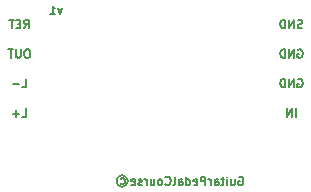
<source format=gbr>
%TF.GenerationSoftware,KiCad,Pcbnew,9.0.2*%
%TF.CreationDate,2025-07-08T13:29:16-05:00*%
%TF.ProjectId,3PDT Footswitch,33504454-2046-46f6-9f74-737769746368,rev?*%
%TF.SameCoordinates,Original*%
%TF.FileFunction,Legend,Bot*%
%TF.FilePolarity,Positive*%
%FSLAX46Y46*%
G04 Gerber Fmt 4.6, Leading zero omitted, Abs format (unit mm)*
G04 Created by KiCad (PCBNEW 9.0.2) date 2025-07-08 13:29:16*
%MOMM*%
%LPD*%
G01*
G04 APERTURE LIST*
%ADD10C,0.152400*%
G04 APERTURE END LIST*
D10*
X37445652Y28999441D02*
X37513385Y29033308D01*
X37513385Y29033308D02*
X37614985Y29033308D01*
X37614985Y29033308D02*
X37716585Y28999441D01*
X37716585Y28999441D02*
X37784319Y28931708D01*
X37784319Y28931708D02*
X37818185Y28863975D01*
X37818185Y28863975D02*
X37852052Y28728508D01*
X37852052Y28728508D02*
X37852052Y28626908D01*
X37852052Y28626908D02*
X37818185Y28491441D01*
X37818185Y28491441D02*
X37784319Y28423708D01*
X37784319Y28423708D02*
X37716585Y28355975D01*
X37716585Y28355975D02*
X37614985Y28322108D01*
X37614985Y28322108D02*
X37547252Y28322108D01*
X37547252Y28322108D02*
X37445652Y28355975D01*
X37445652Y28355975D02*
X37411785Y28389841D01*
X37411785Y28389841D02*
X37411785Y28626908D01*
X37411785Y28626908D02*
X37547252Y28626908D01*
X37106985Y28322108D02*
X37106985Y29033308D01*
X37106985Y29033308D02*
X36700585Y28322108D01*
X36700585Y28322108D02*
X36700585Y29033308D01*
X36361918Y28322108D02*
X36361918Y29033308D01*
X36361918Y29033308D02*
X36192585Y29033308D01*
X36192585Y29033308D02*
X36090985Y28999441D01*
X36090985Y28999441D02*
X36023252Y28931708D01*
X36023252Y28931708D02*
X35989385Y28863975D01*
X35989385Y28863975D02*
X35955518Y28728508D01*
X35955518Y28728508D02*
X35955518Y28626908D01*
X35955518Y28626908D02*
X35989385Y28491441D01*
X35989385Y28491441D02*
X36023252Y28423708D01*
X36023252Y28423708D02*
X36090985Y28355975D01*
X36090985Y28355975D02*
X36192585Y28322108D01*
X36192585Y28322108D02*
X36361918Y28322108D01*
X37835119Y30855975D02*
X37733519Y30822108D01*
X37733519Y30822108D02*
X37564186Y30822108D01*
X37564186Y30822108D02*
X37496452Y30855975D01*
X37496452Y30855975D02*
X37462586Y30889841D01*
X37462586Y30889841D02*
X37428719Y30957575D01*
X37428719Y30957575D02*
X37428719Y31025308D01*
X37428719Y31025308D02*
X37462586Y31093041D01*
X37462586Y31093041D02*
X37496452Y31126908D01*
X37496452Y31126908D02*
X37564186Y31160775D01*
X37564186Y31160775D02*
X37699652Y31194641D01*
X37699652Y31194641D02*
X37767386Y31228508D01*
X37767386Y31228508D02*
X37801252Y31262375D01*
X37801252Y31262375D02*
X37835119Y31330108D01*
X37835119Y31330108D02*
X37835119Y31397841D01*
X37835119Y31397841D02*
X37801252Y31465575D01*
X37801252Y31465575D02*
X37767386Y31499441D01*
X37767386Y31499441D02*
X37699652Y31533308D01*
X37699652Y31533308D02*
X37530319Y31533308D01*
X37530319Y31533308D02*
X37428719Y31499441D01*
X37123919Y30822108D02*
X37123919Y31533308D01*
X37123919Y31533308D02*
X36717519Y30822108D01*
X36717519Y30822108D02*
X36717519Y31533308D01*
X36378852Y30822108D02*
X36378852Y31533308D01*
X36378852Y31533308D02*
X36209519Y31533308D01*
X36209519Y31533308D02*
X36107919Y31499441D01*
X36107919Y31499441D02*
X36040186Y31431708D01*
X36040186Y31431708D02*
X36006319Y31363975D01*
X36006319Y31363975D02*
X35972452Y31228508D01*
X35972452Y31228508D02*
X35972452Y31126908D01*
X35972452Y31126908D02*
X36006319Y30991441D01*
X36006319Y30991441D02*
X36040186Y30923708D01*
X36040186Y30923708D02*
X36107919Y30855975D01*
X36107919Y30855975D02*
X36209519Y30822108D01*
X36209519Y30822108D02*
X36378852Y30822108D01*
X37445652Y26499441D02*
X37513385Y26533308D01*
X37513385Y26533308D02*
X37614985Y26533308D01*
X37614985Y26533308D02*
X37716585Y26499441D01*
X37716585Y26499441D02*
X37784319Y26431708D01*
X37784319Y26431708D02*
X37818185Y26363975D01*
X37818185Y26363975D02*
X37852052Y26228508D01*
X37852052Y26228508D02*
X37852052Y26126908D01*
X37852052Y26126908D02*
X37818185Y25991441D01*
X37818185Y25991441D02*
X37784319Y25923708D01*
X37784319Y25923708D02*
X37716585Y25855975D01*
X37716585Y25855975D02*
X37614985Y25822108D01*
X37614985Y25822108D02*
X37547252Y25822108D01*
X37547252Y25822108D02*
X37445652Y25855975D01*
X37445652Y25855975D02*
X37411785Y25889841D01*
X37411785Y25889841D02*
X37411785Y26126908D01*
X37411785Y26126908D02*
X37547252Y26126908D01*
X37106985Y25822108D02*
X37106985Y26533308D01*
X37106985Y26533308D02*
X36700585Y25822108D01*
X36700585Y25822108D02*
X36700585Y26533308D01*
X36361918Y25822108D02*
X36361918Y26533308D01*
X36361918Y26533308D02*
X36192585Y26533308D01*
X36192585Y26533308D02*
X36090985Y26499441D01*
X36090985Y26499441D02*
X36023252Y26431708D01*
X36023252Y26431708D02*
X35989385Y26363975D01*
X35989385Y26363975D02*
X35955518Y26228508D01*
X35955518Y26228508D02*
X35955518Y26126908D01*
X35955518Y26126908D02*
X35989385Y25991441D01*
X35989385Y25991441D02*
X36023252Y25923708D01*
X36023252Y25923708D02*
X36090985Y25855975D01*
X36090985Y25855975D02*
X36192585Y25822108D01*
X36192585Y25822108D02*
X36361918Y25822108D01*
X14602586Y29033308D02*
X14467119Y29033308D01*
X14467119Y29033308D02*
X14399386Y28999441D01*
X14399386Y28999441D02*
X14331652Y28931708D01*
X14331652Y28931708D02*
X14297786Y28796241D01*
X14297786Y28796241D02*
X14297786Y28559175D01*
X14297786Y28559175D02*
X14331652Y28423708D01*
X14331652Y28423708D02*
X14399386Y28355975D01*
X14399386Y28355975D02*
X14467119Y28322108D01*
X14467119Y28322108D02*
X14602586Y28322108D01*
X14602586Y28322108D02*
X14670319Y28355975D01*
X14670319Y28355975D02*
X14738052Y28423708D01*
X14738052Y28423708D02*
X14771919Y28559175D01*
X14771919Y28559175D02*
X14771919Y28796241D01*
X14771919Y28796241D02*
X14738052Y28931708D01*
X14738052Y28931708D02*
X14670319Y28999441D01*
X14670319Y28999441D02*
X14602586Y29033308D01*
X13992985Y29033308D02*
X13992985Y28457575D01*
X13992985Y28457575D02*
X13959119Y28389841D01*
X13959119Y28389841D02*
X13925252Y28355975D01*
X13925252Y28355975D02*
X13857519Y28322108D01*
X13857519Y28322108D02*
X13722052Y28322108D01*
X13722052Y28322108D02*
X13654319Y28355975D01*
X13654319Y28355975D02*
X13620452Y28389841D01*
X13620452Y28389841D02*
X13586585Y28457575D01*
X13586585Y28457575D02*
X13586585Y29033308D01*
X13349518Y29033308D02*
X12943118Y29033308D01*
X13146318Y28322108D02*
X13146318Y29033308D01*
X37276319Y23322108D02*
X37276319Y24033308D01*
X36937652Y23322108D02*
X36937652Y24033308D01*
X36937652Y24033308D02*
X36531252Y23322108D01*
X36531252Y23322108D02*
X36531252Y24033308D01*
X14263919Y30822108D02*
X14500986Y31160775D01*
X14670319Y30822108D02*
X14670319Y31533308D01*
X14670319Y31533308D02*
X14399386Y31533308D01*
X14399386Y31533308D02*
X14331653Y31499441D01*
X14331653Y31499441D02*
X14297786Y31465575D01*
X14297786Y31465575D02*
X14263919Y31397841D01*
X14263919Y31397841D02*
X14263919Y31296241D01*
X14263919Y31296241D02*
X14297786Y31228508D01*
X14297786Y31228508D02*
X14331653Y31194641D01*
X14331653Y31194641D02*
X14399386Y31160775D01*
X14399386Y31160775D02*
X14670319Y31160775D01*
X13959119Y31194641D02*
X13722053Y31194641D01*
X13620453Y30822108D02*
X13959119Y30822108D01*
X13959119Y30822108D02*
X13959119Y31533308D01*
X13959119Y31533308D02*
X13620453Y31533308D01*
X13417252Y31533308D02*
X13010852Y31533308D01*
X13214052Y30822108D02*
X13214052Y31533308D01*
X14111519Y25822108D02*
X14450185Y25822108D01*
X14450185Y25822108D02*
X14450185Y26533308D01*
X13874452Y26093041D02*
X13332586Y26093041D01*
X14111519Y23322108D02*
X14450185Y23322108D01*
X14450185Y23322108D02*
X14450185Y24033308D01*
X13874452Y23593041D02*
X13332586Y23593041D01*
X13603519Y23322108D02*
X13603519Y23863975D01*
X17475200Y32512643D02*
X17305866Y32038510D01*
X17305866Y32038510D02*
X17136533Y32512643D01*
X16493066Y32038510D02*
X16899466Y32038510D01*
X16696266Y32038510D02*
X16696266Y32749710D01*
X16696266Y32749710D02*
X16763999Y32648110D01*
X16763999Y32648110D02*
X16831733Y32580377D01*
X16831733Y32580377D02*
X16899466Y32546510D01*
X32444267Y18237843D02*
X32512000Y18271710D01*
X32512000Y18271710D02*
X32613600Y18271710D01*
X32613600Y18271710D02*
X32715200Y18237843D01*
X32715200Y18237843D02*
X32782934Y18170110D01*
X32782934Y18170110D02*
X32816800Y18102377D01*
X32816800Y18102377D02*
X32850667Y17966910D01*
X32850667Y17966910D02*
X32850667Y17865310D01*
X32850667Y17865310D02*
X32816800Y17729843D01*
X32816800Y17729843D02*
X32782934Y17662110D01*
X32782934Y17662110D02*
X32715200Y17594377D01*
X32715200Y17594377D02*
X32613600Y17560510D01*
X32613600Y17560510D02*
X32545867Y17560510D01*
X32545867Y17560510D02*
X32444267Y17594377D01*
X32444267Y17594377D02*
X32410400Y17628243D01*
X32410400Y17628243D02*
X32410400Y17865310D01*
X32410400Y17865310D02*
X32545867Y17865310D01*
X31800800Y18034643D02*
X31800800Y17560510D01*
X32105600Y18034643D02*
X32105600Y17662110D01*
X32105600Y17662110D02*
X32071734Y17594377D01*
X32071734Y17594377D02*
X32004000Y17560510D01*
X32004000Y17560510D02*
X31902400Y17560510D01*
X31902400Y17560510D02*
X31834667Y17594377D01*
X31834667Y17594377D02*
X31800800Y17628243D01*
X31462133Y17560510D02*
X31462133Y18034643D01*
X31462133Y18271710D02*
X31496000Y18237843D01*
X31496000Y18237843D02*
X31462133Y18203977D01*
X31462133Y18203977D02*
X31428267Y18237843D01*
X31428267Y18237843D02*
X31462133Y18271710D01*
X31462133Y18271710D02*
X31462133Y18203977D01*
X31225066Y18034643D02*
X30954133Y18034643D01*
X31123466Y18271710D02*
X31123466Y17662110D01*
X31123466Y17662110D02*
X31089600Y17594377D01*
X31089600Y17594377D02*
X31021866Y17560510D01*
X31021866Y17560510D02*
X30954133Y17560510D01*
X30412266Y17560510D02*
X30412266Y17933043D01*
X30412266Y17933043D02*
X30446133Y18000777D01*
X30446133Y18000777D02*
X30513866Y18034643D01*
X30513866Y18034643D02*
X30649333Y18034643D01*
X30649333Y18034643D02*
X30717066Y18000777D01*
X30412266Y17594377D02*
X30480000Y17560510D01*
X30480000Y17560510D02*
X30649333Y17560510D01*
X30649333Y17560510D02*
X30717066Y17594377D01*
X30717066Y17594377D02*
X30750933Y17662110D01*
X30750933Y17662110D02*
X30750933Y17729843D01*
X30750933Y17729843D02*
X30717066Y17797577D01*
X30717066Y17797577D02*
X30649333Y17831443D01*
X30649333Y17831443D02*
X30480000Y17831443D01*
X30480000Y17831443D02*
X30412266Y17865310D01*
X30073599Y17560510D02*
X30073599Y18034643D01*
X30073599Y17899177D02*
X30039733Y17966910D01*
X30039733Y17966910D02*
X30005866Y18000777D01*
X30005866Y18000777D02*
X29938133Y18034643D01*
X29938133Y18034643D02*
X29870399Y18034643D01*
X29633332Y17560510D02*
X29633332Y18271710D01*
X29633332Y18271710D02*
X29362399Y18271710D01*
X29362399Y18271710D02*
X29294666Y18237843D01*
X29294666Y18237843D02*
X29260799Y18203977D01*
X29260799Y18203977D02*
X29226932Y18136243D01*
X29226932Y18136243D02*
X29226932Y18034643D01*
X29226932Y18034643D02*
X29260799Y17966910D01*
X29260799Y17966910D02*
X29294666Y17933043D01*
X29294666Y17933043D02*
X29362399Y17899177D01*
X29362399Y17899177D02*
X29633332Y17899177D01*
X28651199Y17594377D02*
X28718932Y17560510D01*
X28718932Y17560510D02*
X28854399Y17560510D01*
X28854399Y17560510D02*
X28922132Y17594377D01*
X28922132Y17594377D02*
X28955999Y17662110D01*
X28955999Y17662110D02*
X28955999Y17933043D01*
X28955999Y17933043D02*
X28922132Y18000777D01*
X28922132Y18000777D02*
X28854399Y18034643D01*
X28854399Y18034643D02*
X28718932Y18034643D01*
X28718932Y18034643D02*
X28651199Y18000777D01*
X28651199Y18000777D02*
X28617332Y17933043D01*
X28617332Y17933043D02*
X28617332Y17865310D01*
X28617332Y17865310D02*
X28955999Y17797577D01*
X28007732Y17560510D02*
X28007732Y18271710D01*
X28007732Y17594377D02*
X28075466Y17560510D01*
X28075466Y17560510D02*
X28210932Y17560510D01*
X28210932Y17560510D02*
X28278666Y17594377D01*
X28278666Y17594377D02*
X28312532Y17628243D01*
X28312532Y17628243D02*
X28346399Y17695977D01*
X28346399Y17695977D02*
X28346399Y17899177D01*
X28346399Y17899177D02*
X28312532Y17966910D01*
X28312532Y17966910D02*
X28278666Y18000777D01*
X28278666Y18000777D02*
X28210932Y18034643D01*
X28210932Y18034643D02*
X28075466Y18034643D01*
X28075466Y18034643D02*
X28007732Y18000777D01*
X27364265Y17560510D02*
X27364265Y17933043D01*
X27364265Y17933043D02*
X27398132Y18000777D01*
X27398132Y18000777D02*
X27465865Y18034643D01*
X27465865Y18034643D02*
X27601332Y18034643D01*
X27601332Y18034643D02*
X27669065Y18000777D01*
X27364265Y17594377D02*
X27431999Y17560510D01*
X27431999Y17560510D02*
X27601332Y17560510D01*
X27601332Y17560510D02*
X27669065Y17594377D01*
X27669065Y17594377D02*
X27702932Y17662110D01*
X27702932Y17662110D02*
X27702932Y17729843D01*
X27702932Y17729843D02*
X27669065Y17797577D01*
X27669065Y17797577D02*
X27601332Y17831443D01*
X27601332Y17831443D02*
X27431999Y17831443D01*
X27431999Y17831443D02*
X27364265Y17865310D01*
X26923998Y17560510D02*
X26991732Y17594377D01*
X26991732Y17594377D02*
X27025598Y17662110D01*
X27025598Y17662110D02*
X27025598Y18271710D01*
X26246665Y17628243D02*
X26280532Y17594377D01*
X26280532Y17594377D02*
X26382132Y17560510D01*
X26382132Y17560510D02*
X26449865Y17560510D01*
X26449865Y17560510D02*
X26551465Y17594377D01*
X26551465Y17594377D02*
X26619199Y17662110D01*
X26619199Y17662110D02*
X26653065Y17729843D01*
X26653065Y17729843D02*
X26686932Y17865310D01*
X26686932Y17865310D02*
X26686932Y17966910D01*
X26686932Y17966910D02*
X26653065Y18102377D01*
X26653065Y18102377D02*
X26619199Y18170110D01*
X26619199Y18170110D02*
X26551465Y18237843D01*
X26551465Y18237843D02*
X26449865Y18271710D01*
X26449865Y18271710D02*
X26382132Y18271710D01*
X26382132Y18271710D02*
X26280532Y18237843D01*
X26280532Y18237843D02*
X26246665Y18203977D01*
X25840265Y17560510D02*
X25907999Y17594377D01*
X25907999Y17594377D02*
X25941865Y17628243D01*
X25941865Y17628243D02*
X25975732Y17695977D01*
X25975732Y17695977D02*
X25975732Y17899177D01*
X25975732Y17899177D02*
X25941865Y17966910D01*
X25941865Y17966910D02*
X25907999Y18000777D01*
X25907999Y18000777D02*
X25840265Y18034643D01*
X25840265Y18034643D02*
X25738665Y18034643D01*
X25738665Y18034643D02*
X25670932Y18000777D01*
X25670932Y18000777D02*
X25637065Y17966910D01*
X25637065Y17966910D02*
X25603199Y17899177D01*
X25603199Y17899177D02*
X25603199Y17695977D01*
X25603199Y17695977D02*
X25637065Y17628243D01*
X25637065Y17628243D02*
X25670932Y17594377D01*
X25670932Y17594377D02*
X25738665Y17560510D01*
X25738665Y17560510D02*
X25840265Y17560510D01*
X24993598Y18034643D02*
X24993598Y17560510D01*
X25298398Y18034643D02*
X25298398Y17662110D01*
X25298398Y17662110D02*
X25264532Y17594377D01*
X25264532Y17594377D02*
X25196798Y17560510D01*
X25196798Y17560510D02*
X25095198Y17560510D01*
X25095198Y17560510D02*
X25027465Y17594377D01*
X25027465Y17594377D02*
X24993598Y17628243D01*
X24654931Y17560510D02*
X24654931Y18034643D01*
X24654931Y17899177D02*
X24621065Y17966910D01*
X24621065Y17966910D02*
X24587198Y18000777D01*
X24587198Y18000777D02*
X24519465Y18034643D01*
X24519465Y18034643D02*
X24451731Y18034643D01*
X24248531Y17594377D02*
X24180798Y17560510D01*
X24180798Y17560510D02*
X24045331Y17560510D01*
X24045331Y17560510D02*
X23977598Y17594377D01*
X23977598Y17594377D02*
X23943731Y17662110D01*
X23943731Y17662110D02*
X23943731Y17695977D01*
X23943731Y17695977D02*
X23977598Y17763710D01*
X23977598Y17763710D02*
X24045331Y17797577D01*
X24045331Y17797577D02*
X24146931Y17797577D01*
X24146931Y17797577D02*
X24214664Y17831443D01*
X24214664Y17831443D02*
X24248531Y17899177D01*
X24248531Y17899177D02*
X24248531Y17933043D01*
X24248531Y17933043D02*
X24214664Y18000777D01*
X24214664Y18000777D02*
X24146931Y18034643D01*
X24146931Y18034643D02*
X24045331Y18034643D01*
X24045331Y18034643D02*
X23977598Y18000777D01*
X23367998Y17594377D02*
X23435731Y17560510D01*
X23435731Y17560510D02*
X23571198Y17560510D01*
X23571198Y17560510D02*
X23638931Y17594377D01*
X23638931Y17594377D02*
X23672798Y17662110D01*
X23672798Y17662110D02*
X23672798Y17933043D01*
X23672798Y17933043D02*
X23638931Y18000777D01*
X23638931Y18000777D02*
X23571198Y18034643D01*
X23571198Y18034643D02*
X23435731Y18034643D01*
X23435731Y18034643D02*
X23367998Y18000777D01*
X23367998Y18000777D02*
X23334131Y17933043D01*
X23334131Y17933043D02*
X23334131Y17865310D01*
X23334131Y17865310D02*
X23672798Y17797577D01*
X22453598Y18102377D02*
X22521331Y18136243D01*
X22521331Y18136243D02*
X22656798Y18136243D01*
X22656798Y18136243D02*
X22724531Y18102377D01*
X22724531Y18102377D02*
X22792265Y18034643D01*
X22792265Y18034643D02*
X22826131Y17966910D01*
X22826131Y17966910D02*
X22826131Y17831443D01*
X22826131Y17831443D02*
X22792265Y17763710D01*
X22792265Y17763710D02*
X22724531Y17695977D01*
X22724531Y17695977D02*
X22656798Y17662110D01*
X22656798Y17662110D02*
X22521331Y17662110D01*
X22521331Y17662110D02*
X22453598Y17695977D01*
X22589065Y18373310D02*
X22758398Y18339443D01*
X22758398Y18339443D02*
X22927731Y18237843D01*
X22927731Y18237843D02*
X23029331Y18068510D01*
X23029331Y18068510D02*
X23063198Y17899177D01*
X23063198Y17899177D02*
X23029331Y17729843D01*
X23029331Y17729843D02*
X22927731Y17560510D01*
X22927731Y17560510D02*
X22758398Y17458910D01*
X22758398Y17458910D02*
X22589065Y17425043D01*
X22589065Y17425043D02*
X22419731Y17458910D01*
X22419731Y17458910D02*
X22250398Y17560510D01*
X22250398Y17560510D02*
X22148798Y17729843D01*
X22148798Y17729843D02*
X22114931Y17899177D01*
X22114931Y17899177D02*
X22148798Y18068510D01*
X22148798Y18068510D02*
X22250398Y18237843D01*
X22250398Y18237843D02*
X22419731Y18339443D01*
X22419731Y18339443D02*
X22589065Y18373310D01*
M02*

</source>
